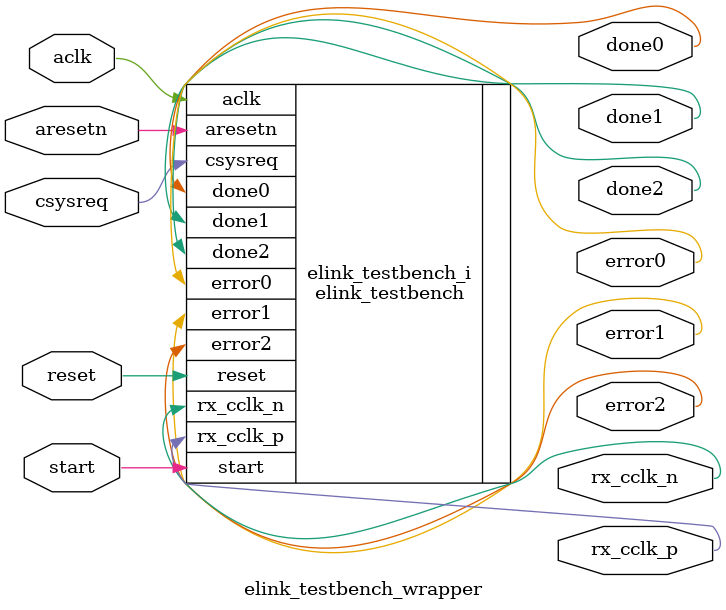
<source format=v>
`timescale 1 ps / 1 ps

module elink_testbench_wrapper
   (aclk,
    aresetn,
    csysreq,
    done0,
    done1,
    done2,
    error0,
    error1,
    error2,
    reset,
    rx_cclk_n,
    rx_cclk_p,
    start);
  input aclk;
  input aresetn;
  input csysreq;
  output done0;
  output done1;
  output done2;
  output error0;
  output error1;
  output error2;
  input reset;
  output rx_cclk_n;
  output rx_cclk_p;
  input start;

  wire aclk;
  wire aresetn;
  wire csysreq;
  wire done0;
  wire done1;
  wire done2;
  wire error0;
  wire error1;
  wire error2;
  wire reset;
  wire rx_cclk_n;
  wire rx_cclk_p;
  wire start;

elink_testbench elink_testbench_i
       (.aclk(aclk),
        .aresetn(aresetn),
        .csysreq(csysreq),
        .done0(done0),
        .done1(done1),
        .done2(done2),
        .error0(error0),
        .error1(error1),
        .error2(error2),
        .reset(reset),
        .rx_cclk_n(rx_cclk_n),
        .rx_cclk_p(rx_cclk_p),
        .start(start));
endmodule

</source>
